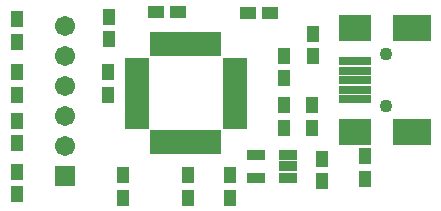
<source format=gts>
G04 Layer_Color=8388736*
%FSLAX25Y25*%
%MOIN*%
G70*
G01*
G75*
%ADD41R,0.07887X0.02060*%
%ADD42R,0.02060X0.07887*%
%ADD43R,0.05918X0.03556*%
%ADD44R,0.04343X0.05524*%
%ADD45R,0.05524X0.04343*%
%ADD46R,0.12611X0.08674*%
%ADD47R,0.10642X0.08674*%
%ADD48R,0.10642X0.02769*%
%ADD49C,0.04343*%
%ADD50C,0.06706*%
%ADD51R,0.06706X0.06706*%
D41*
X44685Y50984D02*
D03*
Y49016D02*
D03*
Y47047D02*
D03*
Y45079D02*
D03*
Y43110D02*
D03*
Y41142D02*
D03*
Y39173D02*
D03*
Y37205D02*
D03*
Y35236D02*
D03*
Y33268D02*
D03*
Y31299D02*
D03*
Y29331D02*
D03*
X77362D02*
D03*
Y31299D02*
D03*
Y33268D02*
D03*
Y35236D02*
D03*
Y37205D02*
D03*
Y39173D02*
D03*
Y41142D02*
D03*
Y43110D02*
D03*
Y45079D02*
D03*
Y47047D02*
D03*
Y49016D02*
D03*
Y50984D02*
D03*
D42*
X50197Y23819D02*
D03*
X52165D02*
D03*
X54134D02*
D03*
X56102D02*
D03*
X58071D02*
D03*
X60039D02*
D03*
X62008D02*
D03*
X63976D02*
D03*
X65945D02*
D03*
X67913D02*
D03*
X69882D02*
D03*
X71850D02*
D03*
Y56496D02*
D03*
X69882D02*
D03*
X67913D02*
D03*
X65945D02*
D03*
X63976D02*
D03*
X62008D02*
D03*
X60039D02*
D03*
X58071D02*
D03*
X56102D02*
D03*
X54134D02*
D03*
X52165D02*
D03*
X50197D02*
D03*
D43*
X84449Y12008D02*
D03*
Y19488D02*
D03*
X95079D02*
D03*
Y15748D02*
D03*
Y12008D02*
D03*
D44*
X103543Y60024D02*
D03*
Y52543D02*
D03*
X120866Y19079D02*
D03*
Y11598D02*
D03*
X4724Y64748D02*
D03*
Y57268D02*
D03*
Y39583D02*
D03*
Y47063D02*
D03*
X93701Y52543D02*
D03*
Y45063D02*
D03*
X4724Y30890D02*
D03*
Y23409D02*
D03*
X93701Y28559D02*
D03*
Y36039D02*
D03*
X4724Y6512D02*
D03*
Y13992D02*
D03*
X103150Y28559D02*
D03*
Y36039D02*
D03*
X35039Y47032D02*
D03*
Y39551D02*
D03*
X35433Y58087D02*
D03*
Y65567D02*
D03*
X61811Y12779D02*
D03*
Y5299D02*
D03*
X40157Y12779D02*
D03*
Y5299D02*
D03*
X75590Y5331D02*
D03*
Y12811D02*
D03*
X106299Y10842D02*
D03*
Y18323D02*
D03*
D45*
X51000Y67323D02*
D03*
X58480D02*
D03*
X81709Y66929D02*
D03*
X89189D02*
D03*
D46*
X136221Y27165D02*
D03*
Y61811D02*
D03*
D47*
X117520Y27165D02*
D03*
Y61811D02*
D03*
D48*
Y38189D02*
D03*
Y41339D02*
D03*
Y44488D02*
D03*
Y47638D02*
D03*
Y50787D02*
D03*
D49*
X127756Y53150D02*
D03*
Y35827D02*
D03*
D50*
X20866Y62598D02*
D03*
Y52598D02*
D03*
Y42598D02*
D03*
Y32598D02*
D03*
Y22598D02*
D03*
D51*
Y12598D02*
D03*
M02*

</source>
